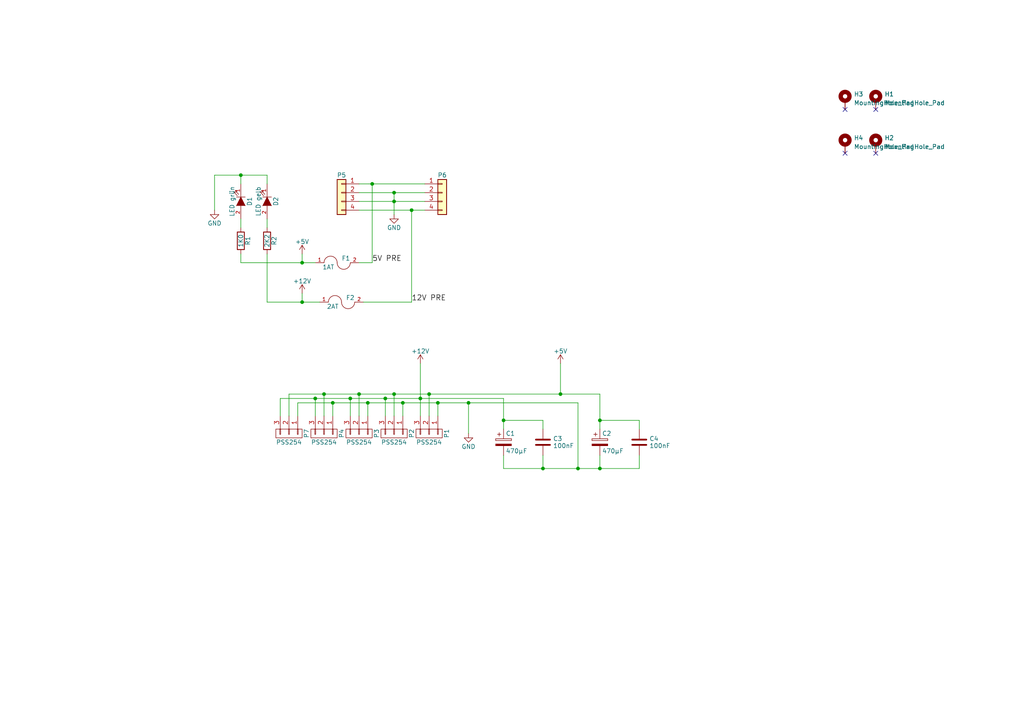
<source format=kicad_sch>
(kicad_sch (version 20250114) (generator "eeschema") (generator_version "9.0")
  (paper "A4")
  (title_block (title "Modul-Anschluss-Einheit") (date "2023-06-19") (rev "3") (comment 2 "MoBaSbS-002") (comment 3 "Anschluss Baugruppe") (comment 4 "MoBaSbS"))
  (lib_symbols
    (symbol "Connector_Generic:Conn_01x04" (pin_names (offset 1.016) (hide yes))
      (property "Reference" "J" (at 0 5.08 0))
      (property "Value" "Conn_01x04" (at 0 -7.62 0))
      (symbol "Conn_01x04_1_1"
        (rectangle (start -1.27 3.81) (end 1.27 -6.35) (stroke (width 0.254)) (fill (type background)))
        (rectangle (start -1.27 2.667) (end 0 2.413) (stroke (width 0.1524)))
        (rectangle (start -1.27 0.127) (end 0 -0.127) (stroke (width 0.1524)))
        (rectangle (start -1.27 -2.413) (end 0 -2.667) (stroke (width 0.1524)))
        (rectangle (start -1.27 -4.953) (end 0 -5.207) (stroke (width 0.1524)))
        (pin passive line (at -5.08 2.54 0) (length 3.81) (name "Pin_1") (number "1"))
        (pin passive line (at -5.08 0 0) (length 3.81) (name "Pin_2") (number "2"))
        (pin passive line (at -5.08 -2.54 0) (length 3.81) (name "Pin_3") (number "3"))
        (pin passive line (at -5.08 -5.08 0) (length 3.81) (name "Pin_4") (number "4"))
      )
    )
    (symbol "Device:C" (pin_numbers (hide yes)) (pin_names (offset 0.254))
      (property "Reference" "C" (at 0.635 2.54 0))
      (property "Value" "C" (at 0.635 -2.54 0))
      (symbol "C_0_1"
        (polyline (pts (xy -2.032 0.762) (xy 2.032 0.762)) (stroke (width 0.508)))
        (polyline (pts (xy -2.032 -0.762) (xy 2.032 -0.762)) (stroke (width 0.508)))
      )
      (symbol "C_1_1"
        (pin passive line (at 0 3.81 270) (length 2.794) (name "~") (number "1"))
        (pin passive line (at 0 -3.81 90) (length 2.794) (name "~") (number "2"))
      )
    )
    (symbol "Mechanical:MountingHole_Pad" (pin_numbers (hide yes)) (pin_names (offset 1.016) (hide yes))
      (property "Reference" "H" (at 0 6.35 0))
      (property "Value" "MountingHole_Pad" (at 0 4.445 0))
      (symbol "MountingHole_Pad_0_1"
        (circle (center 0 1.27) (radius 1.27) (stroke (width 1.27)))
      )
      (symbol "MountingHole_Pad_1_1"
        (pin input line (at 0 -2.54 90) (length 2.54) (name "1") (number "1"))
      )
    )
    (symbol "MoBaSbS-002-3-AnschaltGruppe-rescue:+12V" (power) (pin_names (offset 0))
      (property "Value" "+12V" (at 0 3.556 0))
      (symbol "+12V_0_1"
        (polyline (pts (xy -0.762 1.27) (xy 0 2.54)))
        (polyline (pts (xy 0 2.54) (xy 0.762 1.27)))
        (polyline (pts (xy 0 0) (xy 0 2.54)))
      )
      (symbol "+12V_1_1"
        (pin power_in line (at 0 0 90) (length 0) (hide yes) (name "+12V") (number "1"))
      )
    )
    (symbol "MoBaSbS-002-3-AnschaltGruppe-rescue:+5V" (power) (pin_names (offset 0))
      (property "Value" "+5V" (at 0 3.556 0))
      (symbol "+5V_0_1"
        (polyline (pts (xy -0.762 1.27) (xy 0 2.54)))
        (polyline (pts (xy 0 2.54) (xy 0.762 1.27)))
        (polyline (pts (xy 0 0) (xy 0 2.54)))
      )
      (symbol "+5V_1_1"
        (pin power_in line (at 0 0 90) (length 0) (hide yes) (name "+5V") (number "1"))
      )
    )
    (symbol "MoBaSbS-002-3-AnschaltGruppe-rescue:CONN_01X03" (pin_names (offset 1.016) (hide yes))
      (property "Reference" "P" (at 0 5.08 0))
      (property "Value" "CONN_01X03" (at 2.54 0 90))
      (symbol "CONN_01X03_0_1"
        (rectangle (start -1.27 3.81) (end 1.27 -3.81))
        (rectangle (start -1.27 2.667) (end 0.254 2.413))
        (rectangle (start -1.27 0.127) (end 0.254 -0.127))
        (rectangle (start -1.27 -2.413) (end 0.254 -2.667))
      )
      (symbol "CONN_01X03_1_1"
        (pin passive line (at -5.08 2.54 0) (length 3.81) (name "P1") (number "1"))
        (pin passive line (at -5.08 0 0) (length 3.81) (name "P2") (number "2"))
        (pin passive line (at -5.08 -2.54 0) (length 3.81) (name "P3") (number "3"))
      )
    )
    (symbol "MoBaSbS-002-3-AnschaltGruppe-rescue:CP" (pin_numbers (hide yes)) (pin_names (offset 0.254))
      (property "Reference" "C" (at 0.635 2.54 0))
      (property "Value" "CP" (at 0.635 -2.54 0))
      (symbol "CP_0_1"
        (rectangle (start -2.286 0.508) (end -2.286 1.016))
        (rectangle (start -2.286 0.508) (end 2.286 0.508))
        (polyline (pts (xy -1.778 2.286) (xy -0.762 2.286)))
        (polyline (pts (xy -1.27 2.794) (xy -1.27 1.778)))
        (rectangle (start 2.286 1.016) (end -2.286 1.016))
        (rectangle (start 2.286 1.016) (end 2.286 0.508))
        (rectangle (start 2.286 -0.508) (end -2.286 -1.016) (fill (type outline)))
      )
      (symbol "CP_1_1"
        (pin passive line (at 0 3.81 270) (length 2.794) (name "~") (number "1"))
        (pin passive line (at 0 -3.81 90) (length 2.794) (name "~") (number "2"))
      )
    )
    (symbol "MoBaSbS-002-3-AnschaltGruppe-rescue:FUSE" (pin_names (offset 0.254))
      (property "Reference" "F" (at 2.54 1.27 0))
      (property "Value" "FUSE" (at -2.54 -1.27 0))
      (symbol "FUSE_0_1"
        (arc (start -3.81 0) (mid -1.905 1.8967) (end 0 0))
        (arc (start 3.81 0) (mid 1.905 -1.8967) (end 0 0))
      )
      (symbol "FUSE_1_1"
        (pin input line (at -6.35 0 0) (length 2.54) (name "~") (number "1"))
        (pin input line (at 6.35 0 180) (length 2.54) (name "~") (number "2"))
      )
    )
    (symbol "MoBaSbS-002-3-AnschaltGruppe-rescue:GND" (power) (pin_names (offset 0))
      (property "Value" "GND" (at 0 -3.81 0))
      (symbol "GND_0_1"
        (polyline (pts (xy 0 0) (xy 0 -1.27) (xy 1.27 -1.27) (xy 0 -2.54) (xy -1.27 -1.27) (xy 0 -1.27)))
      )
      (symbol "GND_1_1"
        (pin power_in line (at 0 0 270) (length 0) (hide yes) (name "GND") (number "1"))
      )
    )
    (symbol "MoBaSbS-002-3-AnschaltGruppe-rescue:LED" (pin_names (offset 1.016) (hide yes))
      (property "Reference" "D" (at 0 2.54 0))
      (property "Value" "LED" (at 0 -2.54 0))
      (symbol "LED_0_1"
        (polyline (pts (xy -2.032 -0.635) (xy -3.175 -1.651) (xy -3.048 -1.016)))
        (polyline (pts (xy -1.651 -1.016) (xy -2.794 -2.032) (xy -2.667 -1.397)))
        (polyline (pts (xy -1.27 1.27) (xy -1.27 -1.27)))
        (polyline (pts (xy 1.27 1.27) (xy -1.27 0) (xy 1.27 -1.27)) (fill (type outline)))
      )
      (symbol "LED_1_1"
        (pin passive line (at -5.08 0 0) (length 3.81) (name "K") (number "1"))
        (pin passive line (at 5.08 0 180) (length 3.81) (name "A") (number "2"))
      )
    )
    (symbol "MoBaSbS-002-3-AnschaltGruppe-rescue:R" (pin_numbers (hide yes)) (pin_names (offset 0))
      (property "Reference" "R" (at 2.032 0 90))
      (property "Value" "R" (at 0 0 90))
      (symbol "R_0_1"
        (rectangle (start -1.016 -2.54) (end 1.016 2.54) (stroke (width 0.254)))
      )
      (symbol "R_1_1"
        (pin passive line (at 0 3.81 270) (length 1.27) (name "~") (number "1"))
        (pin passive line (at 0 -3.81 90) (length 1.27) (name "~") (number "2"))
      )
    )
  )
  (junction (at 173.99 135.89))
  (junction (at 87.63 76.2))
  (junction (at 135.89 116.84))
  (junction (at 173.99 121.92))
  (junction (at 167.64 135.89))
  (junction (at 124.46 114.3))
  (junction (at 111.76 115.57))
  (junction (at 96.52 116.84))
  (junction (at 116.84 116.84))
  (junction (at 157.48 135.89))
  (junction (at 93.98 114.3))
  (junction (at 121.92 115.57))
  (junction (at 162.56 114.3))
  (junction (at 114.3 55.88))
  (junction (at 114.3 58.42))
  (junction (at 69.85 50.8))
  (junction (at 91.44 115.57))
  (junction (at 87.63 87.63))
  (junction (at 119.38 60.96))
  (junction (at 101.6 115.57))
  (junction (at 106.68 116.84))
  (junction (at 104.14 114.3))
  (junction (at 107.95 53.34))
  (junction (at 114.3 114.3))
  (junction (at 127 116.84))
  (junction (at 146.05 121.92))
  (no_connect (at 254 44.45))
  (no_connect (at 245.11 44.45))
  (no_connect (at 245.11 31.75))
  (no_connect (at 254 31.75))
  (wire (pts (xy 77.47 87.63) (xy 87.63 87.63)))
  (wire (pts (xy 69.85 76.2) (xy 69.85 73.66)))
  (wire (pts (xy 69.85 50.8) (xy 77.47 50.8)))
  (wire (pts (xy 167.64 135.89) (xy 173.99 135.89)))
  (wire (pts (xy 91.44 115.57) (xy 91.44 120.65)))
  (wire (pts (xy 104.14 55.88) (xy 114.3 55.88)))
  (wire (pts (xy 106.68 116.84) (xy 96.52 116.84)))
  (wire (pts (xy 146.05 132.08) (xy 146.05 135.89)))
  (wire (pts (xy 105.41 87.63) (xy 119.38 87.63)))
  (wire (pts (xy 107.95 76.2) (xy 107.95 53.34)))
  (wire (pts (xy 69.85 76.2) (xy 87.63 76.2)))
  (wire (pts (xy 93.98 114.3) (xy 93.98 120.65)))
  (wire (pts (xy 104.14 114.3) (xy 93.98 114.3)))
  (wire (pts (xy 69.85 53.34) (xy 69.85 50.8)))
  (wire (pts (xy 114.3 114.3) (xy 114.3 120.65)))
  (wire (pts (xy 104.14 53.34) (xy 107.95 53.34)))
  (wire (pts (xy 104.14 114.3) (xy 104.14 120.65)))
  (wire (pts (xy 127 116.84) (xy 135.89 116.84)))
  (wire (pts (xy 69.85 66.04) (xy 69.85 63.5)))
  (wire (pts (xy 96.52 116.84) (xy 96.52 120.65)))
  (wire (pts (xy 116.84 116.84) (xy 116.84 120.65)))
  (wire (pts (xy 81.28 115.57) (xy 81.28 120.65)))
  (wire (pts (xy 124.46 114.3) (xy 114.3 114.3)))
  (wire (pts (xy 119.38 60.96) (xy 119.38 87.63)))
  (wire (pts (xy 101.6 115.57) (xy 91.44 115.57)))
  (wire (pts (xy 127 116.84) (xy 116.84 116.84)))
  (wire (pts (xy 96.52 116.84) (xy 86.36 116.84)))
  (wire (pts (xy 157.48 132.08) (xy 157.48 135.89)))
  (wire (pts (xy 114.3 58.42) (xy 123.19 58.42)))
  (wire (pts (xy 114.3 114.3) (xy 104.14 114.3)))
  (wire (pts (xy 114.3 62.23) (xy 114.3 58.42)))
  (wire (pts (xy 104.14 58.42) (xy 114.3 58.42)))
  (wire (pts (xy 91.44 115.57) (xy 81.28 115.57)))
  (wire (pts (xy 124.46 114.3) (xy 162.56 114.3)))
  (wire (pts (xy 185.42 132.08) (xy 185.42 135.89)))
  (wire (pts (xy 77.47 66.04) (xy 77.47 63.5)))
  (wire (pts (xy 104.14 76.2) (xy 107.95 76.2)))
  (wire (pts (xy 146.05 124.46) (xy 146.05 121.92)))
  (wire (pts (xy 173.99 135.89) (xy 173.99 132.08)))
  (wire (pts (xy 185.42 121.92) (xy 173.99 121.92)))
  (wire (pts (xy 116.84 116.84) (xy 106.68 116.84)))
  (wire (pts (xy 106.68 116.84) (xy 106.68 120.65)))
  (wire (pts (xy 83.82 114.3) (xy 83.82 120.65)))
  (wire (pts (xy 121.92 105.41) (xy 121.92 115.57)))
  (wire (pts (xy 135.89 125.73) (xy 135.89 116.84)))
  (wire (pts (xy 146.05 115.57) (xy 121.92 115.57)))
  (wire (pts (xy 146.05 135.89) (xy 157.48 135.89)))
  (wire (pts (xy 173.99 114.3) (xy 173.99 121.92)))
  (wire (pts (xy 119.38 60.96) (xy 123.19 60.96)))
  (wire (pts (xy 121.92 115.57) (xy 121.92 120.65)))
  (wire (pts (xy 62.23 50.8) (xy 69.85 50.8)))
  (wire (pts (xy 107.95 53.34) (xy 123.19 53.34)))
  (wire (pts (xy 121.92 115.57) (xy 111.76 115.57)))
  (wire (pts (xy 157.48 124.46) (xy 157.48 121.92)))
  (wire (pts (xy 185.42 124.46) (xy 185.42 121.92)))
  (wire (pts (xy 135.89 116.84) (xy 167.64 116.84)))
  (wire (pts (xy 87.63 87.63) (xy 87.63 85.09)))
  (wire (pts (xy 87.63 76.2) (xy 91.44 76.2)))
  (wire (pts (xy 87.63 73.66) (xy 87.63 76.2)))
  (wire (pts (xy 93.98 114.3) (xy 83.82 114.3)))
  (wire (pts (xy 101.6 115.57) (xy 101.6 120.65)))
  (wire (pts (xy 162.56 114.3) (xy 173.99 114.3)))
  (wire (pts (xy 157.48 135.89) (xy 167.64 135.89)))
  (wire (pts (xy 62.23 50.8) (xy 62.23 60.96)))
  (wire (pts (xy 167.64 116.84) (xy 167.64 135.89)))
  (wire (pts (xy 124.46 114.3) (xy 124.46 120.65)))
  (wire (pts (xy 104.14 60.96) (xy 119.38 60.96)))
  (wire (pts (xy 77.47 50.8) (xy 77.47 53.34)))
  (wire (pts (xy 111.76 115.57) (xy 111.76 120.65)))
  (wire (pts (xy 157.48 121.92) (xy 146.05 121.92)))
  (wire (pts (xy 111.76 115.57) (xy 101.6 115.57)))
  (wire (pts (xy 146.05 121.92) (xy 146.05 115.57)))
  (wire (pts (xy 127 116.84) (xy 127 120.65)))
  (wire (pts (xy 162.56 114.3) (xy 162.56 105.41)))
  (wire (pts (xy 185.42 135.89) (xy 173.99 135.89)))
  (wire (pts (xy 114.3 55.88) (xy 123.19 55.88)))
  (wire (pts (xy 114.3 58.42) (xy 114.3 55.88)))
  (wire (pts (xy 87.63 87.63) (xy 92.71 87.63)))
  (wire (pts (xy 173.99 121.92) (xy 173.99 124.46)))
  (wire (pts (xy 86.36 116.84) (xy 86.36 120.65)))
  (wire (pts (xy 77.47 87.63) (xy 77.47 73.66)))
  (label "12V PRE" (at 119.38 87.63 0) (effects (font (size 1.524 1.524))))
  (label "5V PRE" (at 107.95 76.2 0) (effects (font (size 1.524 1.524))))
  (symbol (lib_id "Connector_Generic:Conn_01x04") (at 128.27 55.88 0) (unit 1)
    (property "Reference" "P6" (at 128.27 50.8 0))
    (property "Value" "Wago" (effects (hide yes)))
    (property "Footprint" "Molex_MiniFitJr_1x4:CONN_5566-04A_MOL" (effects (hide yes)))
  )
  (symbol (lib_id "Connector_Generic:Conn_01x04") (at 99.06 55.88 0) (mirror y) (unit 1)
    (property "Reference" "P5" (at 99.06 50.8 0))
    (property "Value" "Wago" (effects (hide yes)))
    (property "Footprint" "Molex_MiniFitJr_1x4:CONN_5566-04A_MOL" (effects (hide yes)))
  )
  (symbol (lib_id "MoBaSbS-002-3-AnschaltGruppe-rescue:GND") (at 114.3 62.23 0) (unit 1)
    (property "Reference" "#PWR01" (effects (hide yes)))
    (property "Value" "GND" (at 114.3 66.04 0))
  )
  (symbol (lib_id "MoBaSbS-002-3-AnschaltGruppe-rescue:FUSE") (at 97.79 76.2 0) (unit 1)
    (property "Reference" "F1" (at 100.33 74.93 0))
    (property "Value" "1AT" (at 95.25 77.47 0))
    (property "Footprint" "Fuse:Fuseholder_Littelfuse_Nano2_154x" (effects (hide yes)))
  )
  (symbol (lib_id "MoBaSbS-002-3-AnschaltGruppe-rescue:FUSE") (at 99.06 87.63 0) (unit 1)
    (property "Reference" "F2" (at 101.6 86.36 0))
    (property "Value" "2AT" (at 96.52 88.9 0))
    (property "Footprint" "Fuse:Fuseholder_Littelfuse_Nano2_154x" (effects (hide yes)))
  )
  (symbol (lib_id "MoBaSbS-002-3-AnschaltGruppe-rescue:+12V") (at 87.63 85.09 0) (unit 1)
    (property "Reference" "#PWR02" (effects (hide yes)))
    (property "Value" "+12V" (at 87.63 81.534 0))
  )
  (symbol (lib_id "MoBaSbS-002-3-AnschaltGruppe-rescue:+5V") (at 87.63 73.66 0) (unit 1)
    (property "Reference" "#PWR03" (effects (hide yes)))
    (property "Value" "+5V" (at 87.63 70.104 0))
  )
  (symbol (lib_id "MoBaSbS-002-3-AnschaltGruppe-rescue:R") (at 69.85 69.85 0) (unit 1)
    (property "Reference" "R1" (at 71.882 69.85 90))
    (property "Value" "1K0" (at 69.85 69.85 90))
    (property "Footprint" "Resistor_SMD:R_1206_3216Metric" (effects (hide yes)))
  )
  (symbol (lib_id "MoBaSbS-002-3-AnschaltGruppe-rescue:R") (at 77.47 69.85 0) (unit 1)
    (property "Reference" "R2" (at 79.502 69.85 90))
    (property "Value" "2K2" (at 77.47 69.85 90))
    (property "Footprint" "Resistor_SMD:R_1206_3216Metric" (effects (hide yes)))
  )
  (symbol (lib_id "MoBaSbS-002-3-AnschaltGruppe-rescue:LED") (at 69.85 58.42 270) (unit 1)
    (property "Reference" "D1" (at 72.39 58.42 0))
    (property "Value" "LED grün" (at 67.31 58.42 0))
    (property "Footprint" "LED_SMD:LED_1206_3216Metric" (effects (hide yes)))
  )
  (symbol (lib_id "MoBaSbS-002-3-AnschaltGruppe-rescue:LED") (at 77.47 58.42 270) (unit 1)
    (property "Reference" "D2" (at 80.01 58.42 0))
    (property "Value" "LED gelb" (at 74.93 58.42 0))
    (property "Footprint" "LED_SMD:LED_1206_3216Metric" (effects (hide yes)))
  )
  (symbol (lib_id "MoBaSbS-002-3-AnschaltGruppe-rescue:GND") (at 62.23 60.96 0) (unit 1)
    (property "Reference" "#PWR04" (effects (hide yes)))
    (property "Value" "GND" (at 62.23 64.77 0))
  )
  (symbol (lib_id "MoBaSbS-002-3-AnschaltGruppe-rescue:GND") (at 135.89 125.73 0) (unit 1)
    (property "Reference" "#PWR08" (effects (hide yes)))
    (property "Value" "GND" (at 135.89 129.54 0))
  )
  (symbol (lib_id "MoBaSbS-002-3-AnschaltGruppe-rescue:+5V") (at 162.56 105.41 0) (unit 1)
    (property "Reference" "#PWR09" (effects (hide yes)))
    (property "Value" "+5V" (at 162.56 101.854 0))
  )
  (symbol (lib_id "MoBaSbS-002-3-AnschaltGruppe-rescue:+12V") (at 121.92 105.41 0) (unit 1)
    (property "Reference" "#PWR010" (effects (hide yes)))
    (property "Value" "+12V" (at 121.92 101.854 0))
  )
  (symbol (lib_id "MoBaSbS-002-3-AnschaltGruppe-rescue:CONN_01X03") (at 124.46 125.73 270) (unit 1)
    (property "Reference" "P1" (at 129.54 125.73 0))
    (property "Value" "PSS254" (at 124.46 128.27 90))
    (property "Footprint" "Connector_Molex:Molex_KK-254_AE-6410-03A_1x03_P2.54mm_Vertical" (effects (hide yes)))
  )
  (symbol (lib_id "MoBaSbS-002-3-AnschaltGruppe-rescue:CP") (at 146.05 128.27 0) (unit 1)
    (property "Reference" "C1" (at 146.685 125.73 0) (effects (justify left)))
    (property "Value" "470µF" (at 146.685 130.81 0) (effects (justify left)))
    (property "Footprint" "Capacitor_THT:CP_Radial_D8.0mm_P5.00mm" (effects (hide yes)))
  )
  (symbol (lib_id "MoBaSbS-002-3-AnschaltGruppe-rescue:CP") (at 173.99 128.27 0) (unit 1)
    (property "Reference" "C2" (at 174.625 125.73 0) (effects (justify left)))
    (property "Value" "470µF" (at 174.625 130.81 0) (effects (justify left)))
    (property "Footprint" "Capacitor_THT:CP_Radial_D8.0mm_P5.00mm" (effects (hide yes)))
  )
  (symbol (lib_id "MoBaSbS-002-3-AnschaltGruppe-rescue:CONN_01X03") (at 114.3 125.73 270) (unit 1)
    (property "Reference" "P2" (at 119.38 125.73 0))
    (property "Value" "PSS254" (at 114.3 128.27 90))
    (property "Footprint" "Connector_Molex:Molex_KK-254_AE-6410-03A_1x03_P2.54mm_Vertical" (effects (hide yes)))
  )
  (symbol (lib_id "MoBaSbS-002-3-AnschaltGruppe-rescue:CONN_01X03") (at 83.82 125.73 270) (unit 1)
    (property "Reference" "P7" (at 88.9 125.73 0))
    (property "Value" "PSS254" (at 83.82 128.27 90))
    (property "Footprint" "Connector_Molex:Molex_KK-254_AE-6410-03A_1x03_P2.54mm_Vertical" (effects (hide yes)))
  )
  (symbol (lib_id "Mechanical:MountingHole_Pad") (at 245.11 41.91 0) (unit 1)
    (property "Reference" "H4" (at 247.65 40.005 0) (effects (justify left)))
    (property "Value" "MountingHole_Pad" (at 247.65 42.545 0) (effects (justify left)))
    (property "Footprint" "MountingHole:MountingHole_2.7mm_M2.5_DIN965_Pad" (effects (hide yes)))
  )
  (symbol (lib_id "Device:C") (at 185.42 128.27 0) (unit 1)
    (property "Reference" "C4" (at 188.341 127.246 0) (effects (justify left)))
    (property "Value" "100nF" (at 188.341 129.294 0) (effects (justify left)))
    (property "Footprint" "Capacitor_SMD:C_1206_3216Metric" (effects (hide yes)))
  )
  (symbol (lib_id "Device:C") (at 157.48 128.27 0) (unit 1)
    (property "Reference" "C3" (at 160.401 127.246 0) (effects (justify left)))
    (property "Value" "100nF" (at 160.401 129.294 0) (effects (justify left)))
    (property "Footprint" "Capacitor_SMD:C_1206_3216Metric" (effects (hide yes)))
  )
  (symbol (lib_id "MoBaSbS-002-3-AnschaltGruppe-rescue:CONN_01X03") (at 104.14 125.73 270) (unit 1)
    (property "Reference" "P3" (at 109.22 125.73 0))
    (property "Value" "PSS254" (at 104.14 128.27 90))
    (property "Footprint" "Connector_Molex:Molex_KK-254_AE-6410-03A_1x03_P2.54mm_Vertical" (effects (hide yes)))
  )
  (symbol (lib_id "Mechanical:MountingHole_Pad") (at 245.11 29.21 0) (unit 1)
    (property "Reference" "H3" (at 247.65 27.305 0) (effects (justify left)))
    (property "Value" "MountingHole_Pad" (at 247.65 29.845 0) (effects (justify left)))
    (property "Footprint" "MountingHole:MountingHole_2.7mm_M2.5_DIN965_Pad" (effects (hide yes)))
  )
  (symbol (lib_id "MoBaSbS-002-3-AnschaltGruppe-rescue:CONN_01X03") (at 93.98 125.73 270) (unit 1)
    (property "Reference" "P4" (at 99.06 125.73 0))
    (property "Value" "PSS254" (at 93.98 128.27 90))
    (property "Footprint" "Connector_Molex:Molex_KK-254_AE-6410-03A_1x03_P2.54mm_Vertical" (effects (hide yes)))
  )
  (symbol (lib_id "Mechanical:MountingHole_Pad") (at 254 41.91 0) (unit 1)
    (property "Reference" "H2" (at 256.54 40.005 0) (effects (justify left)))
    (property "Value" "MountingHole_Pad" (at 256.54 42.545 0) (effects (justify left)))
    (property "Footprint" "MountingHole:MountingHole_2.7mm_M2.5_DIN965_Pad" (effects (hide yes)))
  )
  (symbol (lib_id "Mechanical:MountingHole_Pad") (at 254 29.21 0) (unit 1)
    (property "Reference" "H1" (at 256.54 27.305 0) (effects (justify left)))
    (property "Value" "MountingHole_Pad" (at 256.54 29.845 0) (effects (justify left)))
    (property "Footprint" "MountingHole:MountingHole_2.7mm_M2.5_DIN965_Pad" (effects (hide yes)))
  )
)
</source>
